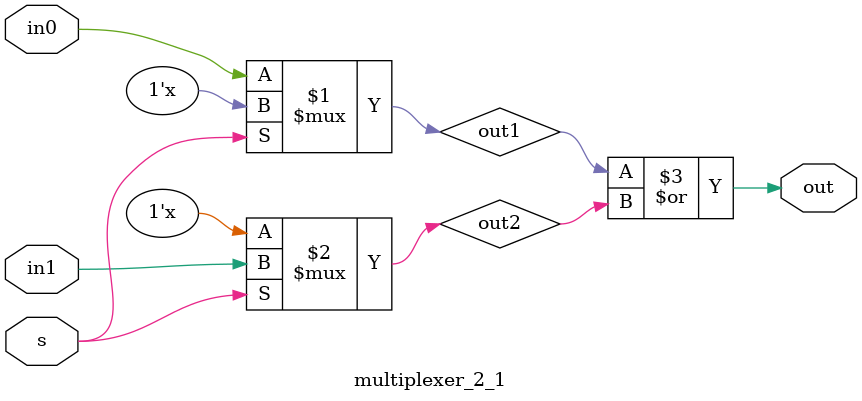
<source format=v>
module main;

reg IN0,IN1,S;
wire OUT;

//instantiation
multiplexer_2_1 multi1(.out(OUT),.in0(IN0),.in1(IN1),.s(S));

//monitor
initial
begin
$monitor($time," S:%b || IN0:%b || IN1:%b , OUT:%b ",S,IN0,IN1,OUT);
end

//assignment of values
initial
begin
S=1'b0;IN1=1'b0;IN0=1'b0;
//#7;
S=1'b0;IN1=1'b0;IN0=1'b1;
#7;
S=1'b0;IN1=1'b1;IN0=1'b0;
#7;
S=1'b0;IN1=1'b1;IN0=1'b1;
#7;
S=1'b1;IN1=1'b0;IN0=1'b0;
#7;
S=1'b1;IN1=1'b0;IN0=1'b1;
#7;
S=1'b1;IN1=1'b1;IN0=1'b0;
#7;
S=1'b1;IN1=1'b1;IN0=1'b1;


end

endmodule



module multiplexer_2_1(out,in0,in1,s);

output out;
input s,in0,in1;
wire out1;
wire out2;

bufif0  #(1:2:3, 3:4:5, 5:6:7) b1(out1,in0,s);//output, input , control
bufif1  #(1:2:3, 3:4:5, 5:6:7) b2(out2,in1,s); //(rise,fall,turnoff)

or gate(out,out1,out2);

endmodule

</source>
